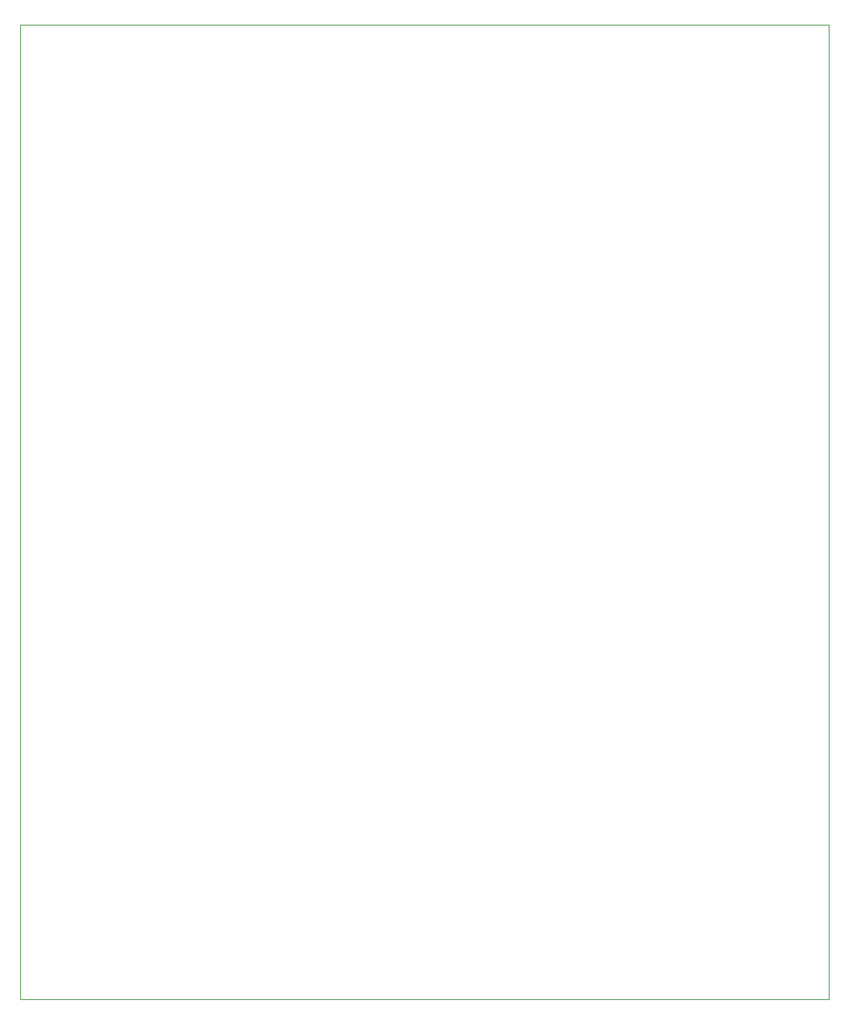
<source format=gm1>
%TF.GenerationSoftware,KiCad,Pcbnew,(6.0.1)*%
%TF.CreationDate,2022-08-29T14:14:55+02:00*%
%TF.ProjectId,vco,76636f2e-6b69-4636-9164-5f7063625858,rev?*%
%TF.SameCoordinates,Original*%
%TF.FileFunction,Profile,NP*%
%FSLAX46Y46*%
G04 Gerber Fmt 4.6, Leading zero omitted, Abs format (unit mm)*
G04 Created by KiCad (PCBNEW (6.0.1)) date 2022-08-29 14:14:55*
%MOMM*%
%LPD*%
G01*
G04 APERTURE LIST*
%TA.AperFunction,Profile*%
%ADD10C,0.050000*%
%TD*%
G04 APERTURE END LIST*
D10*
X30100000Y-19000000D02*
X121400000Y-19000000D01*
X30100000Y-129000000D02*
X30100000Y-19000000D01*
X121400000Y-129000000D02*
X30100000Y-129000000D01*
X121400000Y-19000000D02*
X121400000Y-129000000D01*
M02*

</source>
